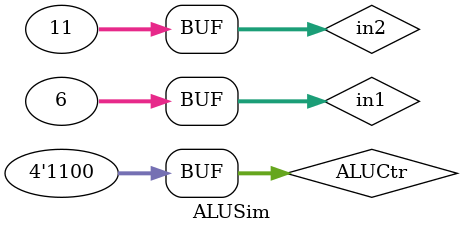
<source format=v>
`timescale 1 ns / 1 ps
`define cycleTime 10
module ALUSim ();

reg [31:0] in1;
reg [31:0] in2;
reg [3:0] ALUCtr;

wire [31:0] ALURes;
wire [31:0] lo;
wire        zero;

ALU ALU (in1,in2,ALUCtr,ALURes,lo,zero);
initial 
begin
    in1 <= 32'b0110; in2 <= 32'b0110;
    ALUCtr <= 4'b0110; #20;
    in1 <= 32'b0110; in2 <= 32'b1011; 
    ALUCtr <= 4'b0010; #20;
    ALUCtr <= 4'b0110; #20;
    ALUCtr <= 4'b0000; #20;
    ALUCtr <= 4'b0001; #20;
    ALUCtr <= 4'b0100; #20;
    ALUCtr <= 4'b0111; #20;
    ALUCtr <= 4'b0101; #20;
    ALUCtr <= 4'b1000; #20;
    ALUCtr <= 4'b1001; #20;
    ALUCtr <= 4'b1010; #20;
    ALUCtr <= 4'b1011; #20;
    ALUCtr <= 4'b1100; #20;
end


endmodule
</source>
